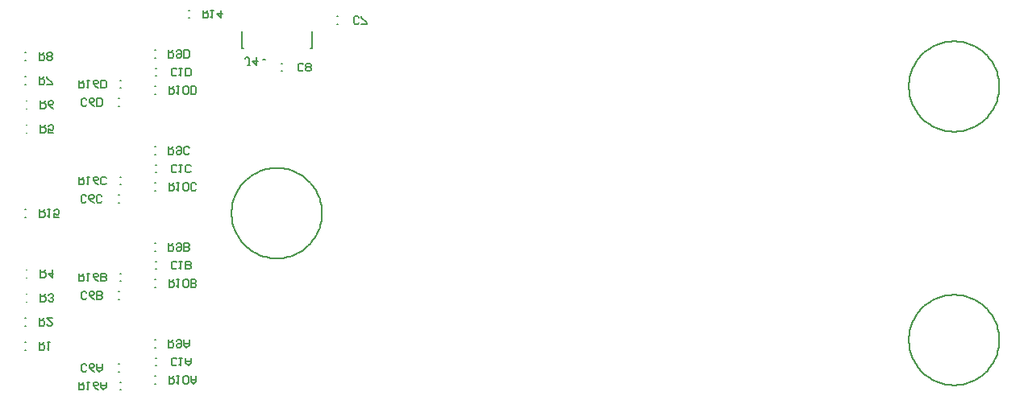
<source format=gbo>
G04*
G04 #@! TF.GenerationSoftware,Altium Limited,Altium Designer,20.2.6 (244)*
G04*
G04 Layer_Color=32896*
%FSLAX25Y25*%
%MOIN*%
G70*
G04*
G04 #@! TF.SameCoordinates,92151F8D-A914-4CFD-8B26-E94C02A97E6A*
G04*
G04*
G04 #@! TF.FilePolarity,Positive*
G04*
G01*
G75*
%ADD10C,0.00787*%
%ADD14C,0.00500*%
%ADD15C,0.00600*%
D10*
X245079Y270988D02*
X244291D01*
X245079D01*
D14*
X263858Y275909D02*
X264567D01*
X235433D02*
X236142D01*
X264567D02*
Y282819D01*
X235433Y275909D02*
Y282819D01*
X185242Y259400D02*
X185442D01*
X185242Y262600D02*
X185442D01*
X185242Y219400D02*
X185442D01*
X185242Y222600D02*
X185442D01*
X185242Y179400D02*
X185442D01*
X185242Y182600D02*
X185442D01*
X185242Y134400D02*
X185442D01*
X185242Y137600D02*
X185442D01*
X184653Y255075D02*
X185047D01*
X184653Y251925D02*
X185047D01*
X184653Y215075D02*
X185047D01*
X184653Y211925D02*
X185047D01*
X184653Y175075D02*
X185047D01*
X184653Y171925D02*
X185047D01*
X184653Y145075D02*
X185047D01*
X184653Y141925D02*
X185047D01*
X145900Y205900D02*
X146100D01*
X145900Y209100D02*
X146100D01*
X213700Y291600D02*
X213900D01*
X213700Y288400D02*
X213900D01*
X199557Y155100D02*
X199758D01*
X199557Y151900D02*
X199758D01*
X199557Y191900D02*
X199758D01*
X199557Y195100D02*
X199758D01*
X199557Y235100D02*
X199758D01*
X199557Y231900D02*
X199758D01*
X199557Y271900D02*
X199758D01*
X199557Y275100D02*
X199758D01*
X199557Y136900D02*
X199758D01*
X199557Y140100D02*
X199758D01*
X199557Y180100D02*
X199758D01*
X199557Y176900D02*
X199758D01*
X199557Y216900D02*
X199758D01*
X199557Y220100D02*
X199758D01*
X199557Y260100D02*
X199758D01*
X199557Y256900D02*
X199758D01*
X145900Y154100D02*
X146100D01*
X145900Y150900D02*
X146100D01*
X145900Y160900D02*
X146100D01*
X145900Y164100D02*
X146100D01*
X146400Y184100D02*
X146600D01*
X146400Y180900D02*
X146600D01*
X146400Y170900D02*
X146600D01*
X146400Y174100D02*
X146600D01*
X146400Y244100D02*
X146600D01*
X146400Y240900D02*
X146600D01*
X146400Y250900D02*
X146600D01*
X146400Y254100D02*
X146600D01*
X145900Y264100D02*
X146100D01*
X145900Y260900D02*
X146100D01*
X145900Y270900D02*
X146100D01*
X145900Y274100D02*
X146100D01*
X199953Y147575D02*
X200346D01*
X199953Y144425D02*
X200346D01*
X199953Y184425D02*
X200346D01*
X199953Y187575D02*
X200346D01*
X199953Y227575D02*
X200346D01*
X199953Y224425D02*
X200346D01*
X199953Y264425D02*
X200346D01*
X199953Y267575D02*
X200346D01*
X251803Y266425D02*
X252197D01*
X251803Y269575D02*
X252197D01*
X274803Y289075D02*
X275197D01*
X274803Y285925D02*
X275197D01*
D15*
X268701Y207500D02*
X268674Y208495D01*
X268595Y209488D01*
X268463Y210475D01*
X268278Y211453D01*
X268042Y212420D01*
X267755Y213373D01*
X267417Y214310D01*
X267030Y215227D01*
X266594Y216123D01*
X266112Y216994D01*
X265584Y217838D01*
X265011Y218653D01*
X264397Y219436D01*
X263741Y220185D01*
X263046Y220898D01*
X262315Y221574D01*
X261548Y222209D01*
X260749Y222803D01*
X259919Y223353D01*
X259062Y223859D01*
X258178Y224318D01*
X257271Y224729D01*
X256344Y225092D01*
X255399Y225405D01*
X254438Y225666D01*
X253465Y225877D01*
X252482Y226035D01*
X251492Y226141D01*
X250498Y226194D01*
X249502D01*
X248508Y226141D01*
X247518Y226035D01*
X246535Y225877D01*
X245562Y225666D01*
X244601Y225405D01*
X243656Y225092D01*
X242729Y224729D01*
X241822Y224318D01*
X240938Y223859D01*
X240081Y223353D01*
X239251Y222803D01*
X238452Y222209D01*
X237685Y221574D01*
X236954Y220898D01*
X236259Y220185D01*
X235603Y219436D01*
X234989Y218653D01*
X234416Y217838D01*
X233888Y216994D01*
X233406Y216123D01*
X232970Y215227D01*
X232583Y214310D01*
X232245Y213373D01*
X231958Y212420D01*
X231722Y211453D01*
X231537Y210475D01*
X231405Y209488D01*
X231326Y208495D01*
X231299Y207500D01*
X231326Y206505D01*
X231405Y205512D01*
X231537Y204525D01*
X231722Y203547D01*
X231958Y202580D01*
X232245Y201626D01*
X232583Y200690D01*
X232970Y199773D01*
X233406Y198877D01*
X233888Y198006D01*
X234416Y197162D01*
X234989Y196347D01*
X235603Y195564D01*
X236259Y194815D01*
X236954Y194102D01*
X237685Y193426D01*
X238452Y192791D01*
X239251Y192197D01*
X240081Y191647D01*
X240938Y191141D01*
X241822Y190682D01*
X242729Y190271D01*
X243656Y189908D01*
X244601Y189595D01*
X245562Y189333D01*
X246535Y189123D01*
X247518Y188965D01*
X248508Y188859D01*
X249502Y188806D01*
X250498D01*
X251492Y188859D01*
X252482Y188965D01*
X253465Y189123D01*
X254438Y189333D01*
X255399Y189595D01*
X256344Y189908D01*
X257271Y190271D01*
X258178Y190682D01*
X259061Y191141D01*
X259919Y191647D01*
X260749Y192197D01*
X261548Y192791D01*
X262315Y193426D01*
X263046Y194102D01*
X263741Y194815D01*
X264397Y195564D01*
X265011Y196347D01*
X265584Y197162D01*
X266112Y198006D01*
X266594Y198877D01*
X267030Y199773D01*
X267417Y200690D01*
X267754Y201626D01*
X268042Y202580D01*
X268278Y203547D01*
X268463Y204525D01*
X268595Y205512D01*
X268674Y206505D01*
X268701Y207500D01*
X548701Y155000D02*
X548674Y155995D01*
X548595Y156988D01*
X548463Y157975D01*
X548278Y158953D01*
X548042Y159920D01*
X547754Y160873D01*
X547417Y161810D01*
X547030Y162727D01*
X546594Y163623D01*
X546112Y164494D01*
X545584Y165338D01*
X545011Y166153D01*
X544396Y166936D01*
X543741Y167685D01*
X543046Y168398D01*
X542315Y169074D01*
X541548Y169709D01*
X540749Y170303D01*
X539919Y170853D01*
X539061Y171359D01*
X538178Y171818D01*
X537271Y172229D01*
X536344Y172592D01*
X535399Y172905D01*
X534438Y173167D01*
X533465Y173377D01*
X532482Y173535D01*
X531492Y173641D01*
X530498Y173694D01*
X529502D01*
X528508Y173641D01*
X527518Y173535D01*
X526535Y173377D01*
X525562Y173167D01*
X524601Y172905D01*
X523656Y172592D01*
X522729Y172229D01*
X521822Y171818D01*
X520938Y171359D01*
X520081Y170853D01*
X519251Y170303D01*
X518452Y169709D01*
X517685Y169074D01*
X516954Y168398D01*
X516259Y167685D01*
X515603Y166936D01*
X514989Y166153D01*
X514416Y165338D01*
X513888Y164494D01*
X513406Y163623D01*
X512970Y162727D01*
X512583Y161810D01*
X512246Y160873D01*
X511958Y159920D01*
X511722Y158953D01*
X511537Y157975D01*
X511405Y156988D01*
X511326Y155995D01*
X511299Y155000D01*
X511326Y154005D01*
X511405Y153012D01*
X511537Y152025D01*
X511722Y151047D01*
X511958Y150080D01*
X512246Y149127D01*
X512583Y148190D01*
X512970Y147273D01*
X513406Y146377D01*
X513888Y145506D01*
X514416Y144662D01*
X514989Y143848D01*
X515603Y143064D01*
X516259Y142315D01*
X516954Y141602D01*
X517685Y140926D01*
X518452Y140291D01*
X519251Y139697D01*
X520081Y139147D01*
X520938Y138641D01*
X521822Y138182D01*
X522729Y137771D01*
X523656Y137408D01*
X524601Y137095D01*
X525562Y136834D01*
X526535Y136623D01*
X527518Y136465D01*
X528508Y136359D01*
X529502Y136306D01*
X530498D01*
X531492Y136359D01*
X532482Y136465D01*
X533465Y136623D01*
X534438Y136834D01*
X535399Y137095D01*
X536344Y137408D01*
X537271Y137771D01*
X538178Y138182D01*
X539061Y138641D01*
X539919Y139147D01*
X540749Y139697D01*
X541548Y140291D01*
X542315Y140926D01*
X543046Y141602D01*
X543741Y142315D01*
X544396Y143064D01*
X545011Y143847D01*
X545584Y144662D01*
X546112Y145506D01*
X546594Y146377D01*
X547030Y147273D01*
X547417Y148190D01*
X547754Y149126D01*
X548042Y150080D01*
X548278Y151047D01*
X548463Y152025D01*
X548595Y153012D01*
X548674Y154005D01*
X548701Y155000D01*
Y260000D02*
X548674Y260995D01*
X548595Y261988D01*
X548463Y262975D01*
X548278Y263953D01*
X548042Y264920D01*
X547754Y265874D01*
X547417Y266810D01*
X547030Y267727D01*
X546594Y268623D01*
X546112Y269494D01*
X545584Y270338D01*
X545011Y271152D01*
X544396Y271936D01*
X543741Y272685D01*
X543046Y273398D01*
X542315Y274074D01*
X541548Y274709D01*
X540749Y275303D01*
X539919Y275853D01*
X539061Y276359D01*
X538178Y276818D01*
X537271Y277229D01*
X536344Y277592D01*
X535399Y277905D01*
X534438Y278167D01*
X533465Y278377D01*
X532482Y278535D01*
X531492Y278641D01*
X530498Y278694D01*
X529502D01*
X528508Y278641D01*
X527518Y278535D01*
X526535Y278377D01*
X525562Y278167D01*
X524601Y277905D01*
X523656Y277592D01*
X522729Y277229D01*
X521822Y276818D01*
X520938Y276359D01*
X520081Y275853D01*
X519251Y275303D01*
X518452Y274709D01*
X517685Y274074D01*
X516954Y273398D01*
X516259Y272685D01*
X515603Y271936D01*
X514989Y271152D01*
X514416Y270338D01*
X513888Y269494D01*
X513406Y268623D01*
X512970Y267727D01*
X512583Y266810D01*
X512246Y265874D01*
X511958Y264920D01*
X511722Y263953D01*
X511537Y262975D01*
X511405Y261988D01*
X511326Y260995D01*
X511299Y260000D01*
X511326Y259005D01*
X511405Y258012D01*
X511537Y257025D01*
X511722Y256047D01*
X511958Y255080D01*
X512246Y254127D01*
X512583Y253190D01*
X512970Y252273D01*
X513406Y251377D01*
X513888Y250506D01*
X514416Y249662D01*
X514989Y248848D01*
X515603Y248064D01*
X516259Y247315D01*
X516954Y246602D01*
X517685Y245926D01*
X518452Y245291D01*
X519251Y244697D01*
X520081Y244147D01*
X520938Y243641D01*
X521822Y243182D01*
X522729Y242771D01*
X523656Y242408D01*
X524601Y242095D01*
X525562Y241833D01*
X526535Y241623D01*
X527518Y241465D01*
X528508Y241359D01*
X529502Y241306D01*
X530498D01*
X531492Y241359D01*
X532482Y241465D01*
X533465Y241623D01*
X534438Y241833D01*
X535399Y242095D01*
X536344Y242408D01*
X537271Y242771D01*
X538178Y243182D01*
X539061Y243641D01*
X539919Y244147D01*
X540749Y244697D01*
X541548Y245291D01*
X542315Y245926D01*
X543046Y246602D01*
X543741Y247315D01*
X544396Y248064D01*
X545011Y248847D01*
X545584Y249662D01*
X546112Y250506D01*
X546594Y251377D01*
X547030Y252273D01*
X547417Y253190D01*
X547754Y254126D01*
X548042Y255080D01*
X548278Y256047D01*
X548463Y257025D01*
X548595Y258012D01*
X548674Y259005D01*
X548701Y260000D01*
X168244Y262599D02*
Y259401D01*
X169844D01*
X170377Y259934D01*
Y261000D01*
X169844Y261533D01*
X168244D01*
X169311D02*
X170377Y262599D01*
X171443D02*
X172510D01*
X171976D01*
Y259401D01*
X171443Y259934D01*
X176242Y259401D02*
X175175Y259934D01*
X174109Y261000D01*
Y262066D01*
X174642Y262599D01*
X175709D01*
X176242Y262066D01*
Y261533D01*
X175709Y261000D01*
X174109D01*
X177308Y259401D02*
Y262599D01*
X178908D01*
X179441Y262066D01*
Y259934D01*
X178908Y259401D01*
X177308D01*
X168244Y222600D02*
Y219401D01*
X169844D01*
X170377Y219934D01*
Y221000D01*
X169844Y221533D01*
X168244D01*
X169311D02*
X170377Y222600D01*
X171443D02*
X172510D01*
X171976D01*
Y219401D01*
X171443Y219934D01*
X176242Y219401D02*
X175175Y219934D01*
X174109Y221000D01*
Y222066D01*
X174642Y222600D01*
X175709D01*
X176242Y222066D01*
Y221533D01*
X175709Y221000D01*
X174109D01*
X179441Y219934D02*
X178908Y219401D01*
X177841D01*
X177308Y219934D01*
Y222066D01*
X177841Y222600D01*
X178908D01*
X179441Y222066D01*
X168244Y182599D02*
Y179401D01*
X169844D01*
X170377Y179934D01*
Y181000D01*
X169844Y181533D01*
X168244D01*
X169311D02*
X170377Y182599D01*
X171443D02*
X172510D01*
X171976D01*
Y179401D01*
X171443Y179934D01*
X176242Y179401D02*
X175175Y179934D01*
X174109Y181000D01*
Y182066D01*
X174642Y182599D01*
X175709D01*
X176242Y182066D01*
Y181533D01*
X175709Y181000D01*
X174109D01*
X177308Y179401D02*
Y182599D01*
X178908D01*
X179441Y182066D01*
Y181533D01*
X178908Y181000D01*
X177308D01*
X178908D01*
X179441Y180467D01*
Y179934D01*
X178908Y179401D01*
X177308D01*
X168244Y137600D02*
Y134400D01*
X169844D01*
X170377Y134934D01*
Y136000D01*
X169844Y136533D01*
X168244D01*
X169311D02*
X170377Y137600D01*
X171443D02*
X172510D01*
X171976D01*
Y134400D01*
X171443Y134934D01*
X176242Y134400D02*
X175175Y134934D01*
X174109Y136000D01*
Y137066D01*
X174642Y137600D01*
X175709D01*
X176242Y137066D01*
Y136533D01*
X175709Y136000D01*
X174109D01*
X177308Y137600D02*
Y135467D01*
X178374Y134400D01*
X179441Y135467D01*
Y137600D01*
Y136000D01*
X177308D01*
X171367Y252434D02*
X170834Y251901D01*
X169768D01*
X169235Y252434D01*
Y254566D01*
X169768Y255100D01*
X170834D01*
X171367Y254566D01*
X174566Y251901D02*
X173500Y252434D01*
X172434Y253500D01*
Y254566D01*
X172967Y255100D01*
X174033D01*
X174566Y254566D01*
Y254033D01*
X174033Y253500D01*
X172434D01*
X175633Y251901D02*
Y255100D01*
X177232D01*
X177765Y254566D01*
Y252434D01*
X177232Y251901D01*
X175633D01*
X171218Y212434D02*
X170685Y211900D01*
X169618D01*
X169085Y212434D01*
Y214566D01*
X169618Y215100D01*
X170685D01*
X171218Y214566D01*
X174417Y211900D02*
X173350Y212434D01*
X172284Y213500D01*
Y214566D01*
X172817Y215100D01*
X173883D01*
X174417Y214566D01*
Y214033D01*
X173883Y213500D01*
X172284D01*
X177616Y212434D02*
X177083Y211900D01*
X176016D01*
X175483Y212434D01*
Y214566D01*
X176016Y215100D01*
X177083D01*
X177616Y214566D01*
X171367Y172434D02*
X170834Y171900D01*
X169768D01*
X169235Y172434D01*
Y174566D01*
X169768Y175100D01*
X170834D01*
X171367Y174566D01*
X174566Y171900D02*
X173500Y172434D01*
X172434Y173500D01*
Y174566D01*
X172967Y175100D01*
X174033D01*
X174566Y174566D01*
Y174033D01*
X174033Y173500D01*
X172434D01*
X175633Y171900D02*
Y175100D01*
X177232D01*
X177765Y174566D01*
Y174033D01*
X177232Y173500D01*
X175633D01*
X177232D01*
X177765Y172967D01*
Y172434D01*
X177232Y171900D01*
X175633D01*
X171367Y142434D02*
X170834Y141901D01*
X169768D01*
X169235Y142434D01*
Y144566D01*
X169768Y145099D01*
X170834D01*
X171367Y144566D01*
X174566Y141901D02*
X173500Y142434D01*
X172434Y143500D01*
Y144566D01*
X172967Y145099D01*
X174033D01*
X174566Y144566D01*
Y144033D01*
X174033Y143500D01*
X172434D01*
X175633Y145099D02*
Y142967D01*
X176699Y141901D01*
X177765Y142967D01*
Y145099D01*
Y143500D01*
X175633D01*
X152001Y209100D02*
Y205901D01*
X153601D01*
X154134Y206434D01*
Y207500D01*
X153601Y208033D01*
X152001D01*
X153068D02*
X154134Y209100D01*
X155200D02*
X156267D01*
X155733D01*
Y205901D01*
X155200Y206434D01*
X159999Y205901D02*
X157866D01*
Y207500D01*
X158932Y206967D01*
X159466D01*
X159999Y207500D01*
Y208566D01*
X159466Y209100D01*
X158399D01*
X157866Y208566D01*
X283967Y286434D02*
X283434Y285900D01*
X282367D01*
X281834Y286434D01*
Y288566D01*
X282367Y289100D01*
X283434D01*
X283967Y288566D01*
X285033Y285900D02*
X287166D01*
Y286434D01*
X285033Y288566D01*
Y289100D01*
X219501Y291599D02*
Y288401D01*
X221101D01*
X221634Y288934D01*
Y290000D01*
X221101Y290533D01*
X219501D01*
X220568D02*
X221634Y291599D01*
X222700D02*
X223767D01*
X223233D01*
Y288401D01*
X222700Y288934D01*
X226965Y291599D02*
Y288401D01*
X225366Y290000D01*
X227499D01*
X151834Y274099D02*
Y270901D01*
X153434D01*
X153967Y271434D01*
Y272500D01*
X153434Y273033D01*
X151834D01*
X152901D02*
X153967Y274099D01*
X155033Y271434D02*
X155566Y270901D01*
X156633D01*
X157166Y271434D01*
Y271967D01*
X156633Y272500D01*
X157166Y273033D01*
Y273566D01*
X156633Y274099D01*
X155566D01*
X155033Y273566D01*
Y273033D01*
X155566Y272500D01*
X155033Y271967D01*
Y271434D01*
X155566Y272500D02*
X156633D01*
X151834Y264100D02*
Y260900D01*
X153434D01*
X153967Y261434D01*
Y262500D01*
X153434Y263033D01*
X151834D01*
X152901D02*
X153967Y264100D01*
X155033Y260900D02*
X157166D01*
Y261434D01*
X155033Y263566D01*
Y264100D01*
X152334Y254099D02*
Y250901D01*
X153934D01*
X154467Y251434D01*
Y252500D01*
X153934Y253033D01*
X152334D01*
X153401D02*
X154467Y254099D01*
X157666Y250901D02*
X156599Y251434D01*
X155533Y252500D01*
Y253566D01*
X156066Y254099D01*
X157133D01*
X157666Y253566D01*
Y253033D01*
X157133Y252500D01*
X155533D01*
X152334Y244099D02*
Y240900D01*
X153934D01*
X154467Y241434D01*
Y242500D01*
X153934Y243033D01*
X152334D01*
X153401D02*
X154467Y244099D01*
X157666Y240900D02*
X155533D01*
Y242500D01*
X156599Y241967D01*
X157133D01*
X157666Y242500D01*
Y243566D01*
X157133Y244099D01*
X156066D01*
X155533Y243566D01*
X152334Y174100D02*
Y170900D01*
X153934D01*
X154467Y171434D01*
Y172500D01*
X153934Y173033D01*
X152334D01*
X153401D02*
X154467Y174100D01*
X155533Y171434D02*
X156066Y170900D01*
X157133D01*
X157666Y171434D01*
Y171967D01*
X157133Y172500D01*
X156599D01*
X157133D01*
X157666Y173033D01*
Y173566D01*
X157133Y174100D01*
X156066D01*
X155533Y173566D01*
X152334Y184099D02*
Y180901D01*
X153934D01*
X154467Y181434D01*
Y182500D01*
X153934Y183033D01*
X152334D01*
X153401D02*
X154467Y184099D01*
X157133D02*
Y180901D01*
X155533Y182500D01*
X157666D01*
X151834Y164100D02*
Y160900D01*
X153434D01*
X153967Y161434D01*
Y162500D01*
X153434Y163033D01*
X151834D01*
X152901D02*
X153967Y164100D01*
X157166D02*
X155033D01*
X157166Y161967D01*
Y161434D01*
X156633Y160900D01*
X155566D01*
X155033Y161434D01*
X151867Y154100D02*
Y150900D01*
X153467D01*
X154000Y151434D01*
Y152500D01*
X153467Y153033D01*
X151867D01*
X152934D02*
X154000Y154100D01*
X155066D02*
X156133D01*
X155599D01*
Y150900D01*
X155066Y151434D01*
X238967Y268900D02*
X237900D01*
X238434D01*
Y271566D01*
X237900Y272099D01*
X237367D01*
X236834Y271566D01*
X241633Y272099D02*
Y268900D01*
X240033Y270500D01*
X242166D01*
X260967Y266934D02*
X260434Y266401D01*
X259367D01*
X258834Y266934D01*
Y269066D01*
X259367Y269600D01*
X260434D01*
X260967Y269066D01*
X262033Y266934D02*
X262566Y266401D01*
X263633D01*
X264166Y266934D01*
Y267467D01*
X263633Y268000D01*
X264166Y268533D01*
Y269066D01*
X263633Y269600D01*
X262566D01*
X262033Y269066D01*
Y268533D01*
X262566Y268000D01*
X262033Y267467D01*
Y266934D01*
X262566Y268000D02*
X263633D01*
X205402Y260100D02*
Y256901D01*
X207001D01*
X207534Y257434D01*
Y258500D01*
X207001Y259033D01*
X205402D01*
X206468D02*
X207534Y260100D01*
X208601D02*
X209667D01*
X209134D01*
Y256901D01*
X208601Y257434D01*
X211267D02*
X211800Y256901D01*
X212866D01*
X213399Y257434D01*
Y259566D01*
X212866Y260100D01*
X211800D01*
X211267Y259566D01*
Y257434D01*
X214465Y256901D02*
Y260100D01*
X216065D01*
X216598Y259566D01*
Y257434D01*
X216065Y256901D01*
X214465D01*
X205402Y220099D02*
Y216900D01*
X207001D01*
X207534Y217434D01*
Y218500D01*
X207001Y219033D01*
X205402D01*
X206468D02*
X207534Y220099D01*
X208601D02*
X209667D01*
X209134D01*
Y216900D01*
X208601Y217434D01*
X211267D02*
X211800Y216900D01*
X212866D01*
X213399Y217434D01*
Y219566D01*
X212866Y220099D01*
X211800D01*
X211267Y219566D01*
Y217434D01*
X216598D02*
X216065Y216900D01*
X214999D01*
X214465Y217434D01*
Y219566D01*
X214999Y220099D01*
X216065D01*
X216598Y219566D01*
X205402Y180099D02*
Y176900D01*
X207001D01*
X207534Y177434D01*
Y178500D01*
X207001Y179033D01*
X205402D01*
X206468D02*
X207534Y180099D01*
X208601D02*
X209667D01*
X209134D01*
Y176900D01*
X208601Y177434D01*
X211267D02*
X211800Y176900D01*
X212866D01*
X213399Y177434D01*
Y179566D01*
X212866Y180099D01*
X211800D01*
X211267Y179566D01*
Y177434D01*
X214465Y176900D02*
Y180099D01*
X216065D01*
X216598Y179566D01*
Y179033D01*
X216065Y178500D01*
X214465D01*
X216065D01*
X216598Y177967D01*
Y177434D01*
X216065Y176900D01*
X214465D01*
X205402Y140100D02*
Y136900D01*
X207001D01*
X207534Y137434D01*
Y138500D01*
X207001Y139033D01*
X205402D01*
X206468D02*
X207534Y140100D01*
X208601D02*
X209667D01*
X209134D01*
Y136900D01*
X208601Y137434D01*
X211267D02*
X211800Y136900D01*
X212866D01*
X213399Y137434D01*
Y139566D01*
X212866Y140100D01*
X211800D01*
X211267Y139566D01*
Y137434D01*
X214465Y140100D02*
Y137967D01*
X215532Y136900D01*
X216598Y137967D01*
Y140100D01*
Y138500D01*
X214465D01*
X205235Y275099D02*
Y271901D01*
X206834D01*
X207367Y272434D01*
Y273500D01*
X206834Y274033D01*
X205235D01*
X206301D02*
X207367Y275099D01*
X208434Y274566D02*
X208967Y275099D01*
X210033D01*
X210566Y274566D01*
Y272434D01*
X210033Y271901D01*
X208967D01*
X208434Y272434D01*
Y272967D01*
X208967Y273500D01*
X210566D01*
X211633Y271901D02*
Y275099D01*
X213232D01*
X213765Y274566D01*
Y272434D01*
X213232Y271901D01*
X211633D01*
X205235Y235100D02*
Y231901D01*
X206834D01*
X207367Y232434D01*
Y233500D01*
X206834Y234033D01*
X205235D01*
X206301D02*
X207367Y235100D01*
X208434Y234566D02*
X208967Y235100D01*
X210033D01*
X210566Y234566D01*
Y232434D01*
X210033Y231901D01*
X208967D01*
X208434Y232434D01*
Y232967D01*
X208967Y233500D01*
X210566D01*
X213765Y232434D02*
X213232Y231901D01*
X212166D01*
X211633Y232434D01*
Y234566D01*
X212166Y235100D01*
X213232D01*
X213765Y234566D01*
X205235Y195099D02*
Y191901D01*
X206834D01*
X207367Y192434D01*
Y193500D01*
X206834Y194033D01*
X205235D01*
X206301D02*
X207367Y195099D01*
X208434Y194566D02*
X208967Y195099D01*
X210033D01*
X210566Y194566D01*
Y192434D01*
X210033Y191901D01*
X208967D01*
X208434Y192434D01*
Y192967D01*
X208967Y193500D01*
X210566D01*
X211633Y191901D02*
Y195099D01*
X213232D01*
X213765Y194566D01*
Y194033D01*
X213232Y193500D01*
X211633D01*
X213232D01*
X213765Y192967D01*
Y192434D01*
X213232Y191901D01*
X211633D01*
X205235Y155099D02*
Y151900D01*
X206834D01*
X207367Y152434D01*
Y153500D01*
X206834Y154033D01*
X205235D01*
X206301D02*
X207367Y155099D01*
X208434Y154566D02*
X208967Y155099D01*
X210033D01*
X210566Y154566D01*
Y152434D01*
X210033Y151900D01*
X208967D01*
X208434Y152434D01*
Y152967D01*
X208967Y153500D01*
X210566D01*
X211633Y155099D02*
Y152967D01*
X212699Y151900D01*
X213765Y152967D01*
Y155099D01*
Y153500D01*
X211633D01*
X208634Y264934D02*
X208101Y264401D01*
X207034D01*
X206501Y264934D01*
Y267066D01*
X207034Y267600D01*
X208101D01*
X208634Y267066D01*
X209700Y267600D02*
X210767D01*
X210233D01*
Y264401D01*
X209700Y264934D01*
X212366Y264401D02*
Y267600D01*
X213966D01*
X214499Y267066D01*
Y264934D01*
X213966Y264401D01*
X212366D01*
X208634Y224934D02*
X208101Y224400D01*
X207034D01*
X206501Y224934D01*
Y227066D01*
X207034Y227600D01*
X208101D01*
X208634Y227066D01*
X209700Y227600D02*
X210767D01*
X210233D01*
Y224400D01*
X209700Y224934D01*
X214499D02*
X213966Y224400D01*
X212899D01*
X212366Y224934D01*
Y227066D01*
X212899Y227600D01*
X213966D01*
X214499Y227066D01*
X208634Y184934D02*
X208101Y184400D01*
X207034D01*
X206501Y184934D01*
Y187066D01*
X207034Y187600D01*
X208101D01*
X208634Y187066D01*
X209700Y187600D02*
X210767D01*
X210233D01*
Y184400D01*
X209700Y184934D01*
X212366Y184400D02*
Y187600D01*
X213966D01*
X214499Y187066D01*
Y186533D01*
X213966Y186000D01*
X212366D01*
X213966D01*
X214499Y185467D01*
Y184934D01*
X213966Y184400D01*
X212366D01*
X208634Y144934D02*
X208101Y144401D01*
X207034D01*
X206501Y144934D01*
Y147066D01*
X207034Y147599D01*
X208101D01*
X208634Y147066D01*
X209700Y147599D02*
X210767D01*
X210233D01*
Y144401D01*
X209700Y144934D01*
X212366Y147599D02*
Y145467D01*
X213432Y144401D01*
X214499Y145467D01*
Y147599D01*
Y146000D01*
X212366D01*
M02*

</source>
